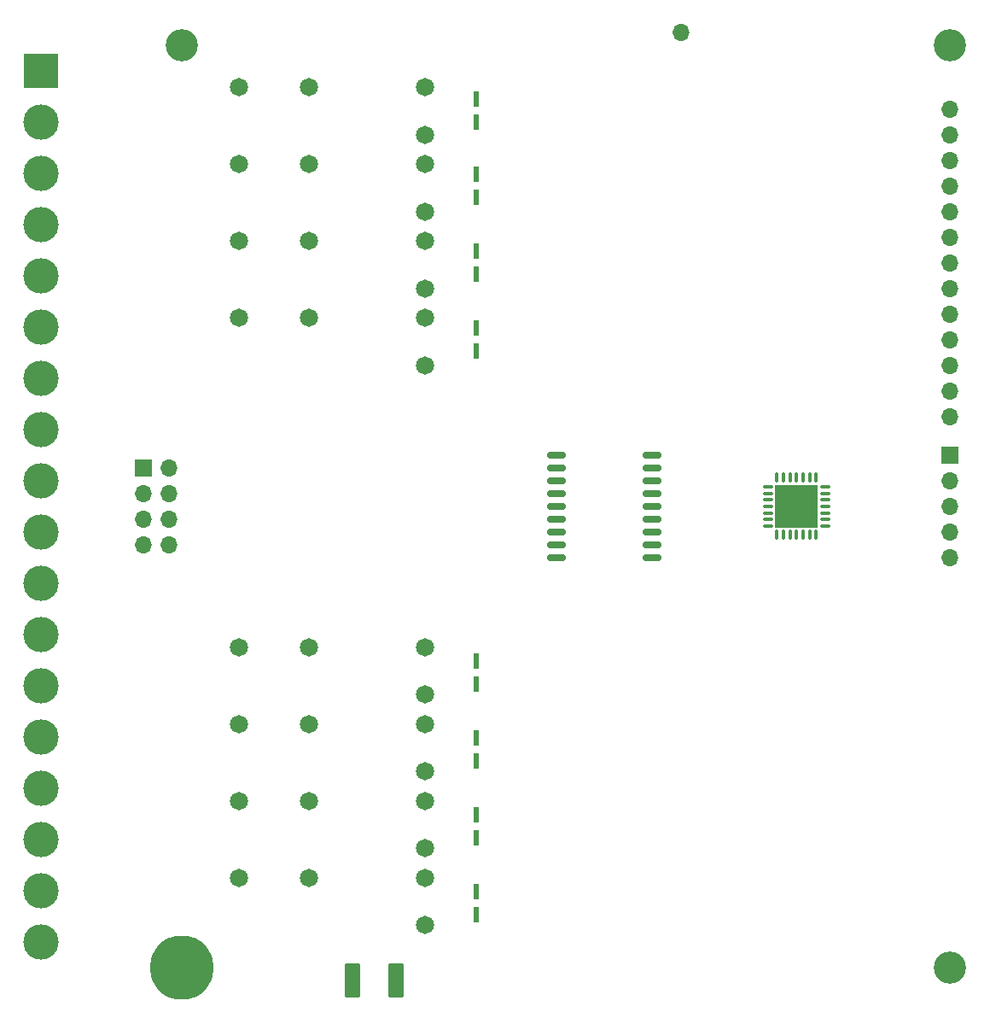
<source format=gbr>
%TF.GenerationSoftware,KiCad,Pcbnew,8.0.4-8.0.4-0~ubuntu22.04.1*%
%TF.CreationDate,2024-08-10T22:22:13+03:00*%
%TF.ProjectId,PM-RQ8,504d2d52-5138-42e6-9b69-6361645f7063,rev?*%
%TF.SameCoordinates,Original*%
%TF.FileFunction,Soldermask,Top*%
%TF.FilePolarity,Negative*%
%FSLAX46Y46*%
G04 Gerber Fmt 4.6, Leading zero omitted, Abs format (unit mm)*
G04 Created by KiCad (PCBNEW 8.0.4-8.0.4-0~ubuntu22.04.1) date 2024-08-10 22:22:13*
%MOMM*%
%LPD*%
G01*
G04 APERTURE LIST*
G04 Aperture macros list*
%AMRoundRect*
0 Rectangle with rounded corners*
0 $1 Rounding radius*
0 $2 $3 $4 $5 $6 $7 $8 $9 X,Y pos of 4 corners*
0 Add a 4 corners polygon primitive as box body*
4,1,4,$2,$3,$4,$5,$6,$7,$8,$9,$2,$3,0*
0 Add four circle primitives for the rounded corners*
1,1,$1+$1,$2,$3*
1,1,$1+$1,$4,$5*
1,1,$1+$1,$6,$7*
1,1,$1+$1,$8,$9*
0 Add four rect primitives between the rounded corners*
20,1,$1+$1,$2,$3,$4,$5,0*
20,1,$1+$1,$4,$5,$6,$7,0*
20,1,$1+$1,$6,$7,$8,$9,0*
20,1,$1+$1,$8,$9,$2,$3,0*%
G04 Aperture macros list end*
%ADD10R,0.533400X1.524000*%
%ADD11C,1.812000*%
%ADD12RoundRect,0.075000X0.437500X0.075000X-0.437500X0.075000X-0.437500X-0.075000X0.437500X-0.075000X0*%
%ADD13RoundRect,0.075000X0.075000X0.437500X-0.075000X0.437500X-0.075000X-0.437500X0.075000X-0.437500X0*%
%ADD14R,4.250000X4.250000*%
%ADD15RoundRect,0.150000X0.800000X0.150000X-0.800000X0.150000X-0.800000X-0.150000X0.800000X-0.150000X0*%
%ADD16R,3.500000X3.500000*%
%ADD17C,3.500000*%
%ADD18C,3.200000*%
%ADD19O,6.350000X6.350000*%
%ADD20R,1.700000X1.700000*%
%ADD21O,1.700000X1.700000*%
%ADD22RoundRect,0.250000X-0.537500X-1.450000X0.537500X-1.450000X0.537500X1.450000X-0.537500X1.450000X0*%
G04 APERTURE END LIST*
D10*
%TO.C,D4*%
X48260000Y-31877000D03*
X48260000Y-34163000D03*
%TD*%
D11*
%TO.C,K4*%
X43180000Y-30860000D03*
X31680000Y-30860000D03*
X24680000Y-30860000D03*
X43180000Y-35560000D03*
%TD*%
D12*
%TO.C,U6*%
X82847500Y-51480000D03*
X82847500Y-50830000D03*
X82847500Y-50180000D03*
X82847500Y-49530000D03*
X82847500Y-48880000D03*
X82847500Y-48230000D03*
X82847500Y-47580000D03*
D13*
X81960000Y-46692500D03*
X81310000Y-46692500D03*
X80660000Y-46692500D03*
X80010000Y-46692500D03*
X79360000Y-46692500D03*
X78710000Y-46692500D03*
X78060000Y-46692500D03*
D12*
X77172500Y-47580000D03*
X77172500Y-48230000D03*
X77172500Y-48880000D03*
X77172500Y-49530000D03*
X77172500Y-50180000D03*
X77172500Y-50830000D03*
X77172500Y-51480000D03*
D13*
X78060000Y-52367500D03*
X78710000Y-52367500D03*
X79360000Y-52367500D03*
X80010000Y-52367500D03*
X80660000Y-52367500D03*
X81310000Y-52367500D03*
X81960000Y-52367500D03*
D14*
X80010000Y-49530000D03*
%TD*%
D15*
%TO.C,U1*%
X65685000Y-54610000D03*
X65685000Y-53340000D03*
X65685000Y-52070000D03*
X65685000Y-50800000D03*
X65685000Y-49530000D03*
X65685000Y-48260000D03*
X65685000Y-46990000D03*
X65685000Y-45720000D03*
X65685000Y-44450000D03*
X56235000Y-44450000D03*
X56235000Y-45720000D03*
X56235000Y-46990000D03*
X56235000Y-48260000D03*
X56235000Y-49530000D03*
X56235000Y-50800000D03*
X56235000Y-52070000D03*
X56235000Y-53340000D03*
X56235000Y-54610000D03*
%TD*%
D11*
%TO.C,K5*%
X43180000Y-63500000D03*
X31680000Y-63500000D03*
X24680000Y-63500000D03*
X43180000Y-68200000D03*
%TD*%
D16*
%TO.C,J10*%
X5080000Y-6350000D03*
D17*
X5080000Y-11430000D03*
X5080000Y-16510000D03*
X5080000Y-21590000D03*
X5080000Y-26670000D03*
X5080000Y-31750000D03*
X5080000Y-36830000D03*
X5080000Y-41910000D03*
X5080000Y-46990000D03*
X5080000Y-52070000D03*
X5080000Y-57150000D03*
X5080000Y-62230000D03*
X5080000Y-67310000D03*
X5080000Y-72390000D03*
X5080000Y-77470000D03*
X5080000Y-82550000D03*
X5080000Y-87630000D03*
X5080000Y-92710000D03*
%TD*%
D18*
%TO.C,H3*%
X95250000Y-95250000D03*
%TD*%
D11*
%TO.C,K6*%
X43180000Y-71120000D03*
X31680000Y-71120000D03*
X24680000Y-71120000D03*
X43180000Y-75820000D03*
%TD*%
%TO.C,K8*%
X43180000Y-86360000D03*
X31680000Y-86360000D03*
X24680000Y-86360000D03*
X43180000Y-91060000D03*
%TD*%
%TO.C,K1*%
X43180000Y-8000000D03*
X31680000Y-8000000D03*
X24680000Y-8000000D03*
X43180000Y-12700000D03*
%TD*%
D10*
%TO.C,D8*%
X48260000Y-87757000D03*
X48260000Y-90043000D03*
%TD*%
%TO.C,D1*%
X48260000Y-9144000D03*
X48260000Y-11430000D03*
%TD*%
D18*
%TO.C,H1*%
X19050000Y-3810000D03*
%TD*%
D11*
%TO.C,K7*%
X43180000Y-78740000D03*
X31680000Y-78740000D03*
X24680000Y-78740000D03*
X43180000Y-83440000D03*
%TD*%
D10*
%TO.C,D5*%
X48260000Y-64897000D03*
X48260000Y-67183000D03*
%TD*%
%TO.C,D3*%
X48260000Y-24257000D03*
X48260000Y-26543000D03*
%TD*%
D19*
%TO.C,PE1*%
X19050000Y-95250000D03*
%TD*%
D20*
%TO.C,J1*%
X15240000Y-45720000D03*
D21*
X17780000Y-45720000D03*
X15240000Y-48260000D03*
X17780000Y-48260000D03*
X15240000Y-50800000D03*
X17780000Y-50800000D03*
X15240000Y-53340000D03*
X17780000Y-53340000D03*
%TD*%
D11*
%TO.C,K3*%
X43180000Y-23240000D03*
X31680000Y-23240000D03*
X24680000Y-23240000D03*
X43180000Y-27940000D03*
%TD*%
%TO.C,K2*%
X43180000Y-15620000D03*
X31680000Y-15620000D03*
X24680000Y-15620000D03*
X43180000Y-20320000D03*
%TD*%
D22*
%TO.C,C1*%
X35962500Y-96520000D03*
X40237500Y-96520000D03*
%TD*%
D20*
%TO.C,J2*%
X95250000Y-44450000D03*
D21*
X95250000Y-46990000D03*
X95250000Y-49530000D03*
X95250000Y-52070000D03*
X95250000Y-54610000D03*
%TD*%
D10*
%TO.C,D7*%
X48260000Y-80137000D03*
X48260000Y-82423000D03*
%TD*%
%TO.C,D6*%
X48260000Y-72517000D03*
X48260000Y-74803000D03*
%TD*%
D18*
%TO.C,H2*%
X95250000Y-3810000D03*
%TD*%
D10*
%TO.C,D2*%
X48260000Y-16637000D03*
X48260000Y-18923000D03*
%TD*%
D21*
%TO.C,PM1*%
X95250000Y-10160000D03*
X95250000Y-12700000D03*
X95250000Y-15240000D03*
X95250000Y-17780000D03*
X95250000Y-20320000D03*
X95250000Y-22860000D03*
X95250000Y-25400000D03*
X95250000Y-27940000D03*
X95250000Y-30480000D03*
X95250000Y-33020000D03*
X95250000Y-35560000D03*
X95250000Y-38100000D03*
X95250000Y-40640000D03*
X68580000Y-2540000D03*
%TD*%
M02*

</source>
